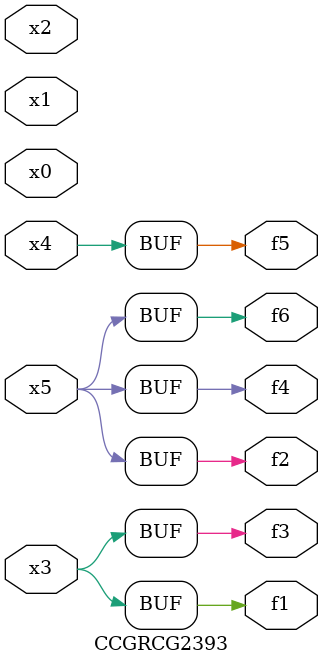
<source format=v>
module CCGRCG2393(
	input x0, x1, x2, x3, x4, x5,
	output f1, f2, f3, f4, f5, f6
);
	assign f1 = x3;
	assign f2 = x5;
	assign f3 = x3;
	assign f4 = x5;
	assign f5 = x4;
	assign f6 = x5;
endmodule

</source>
